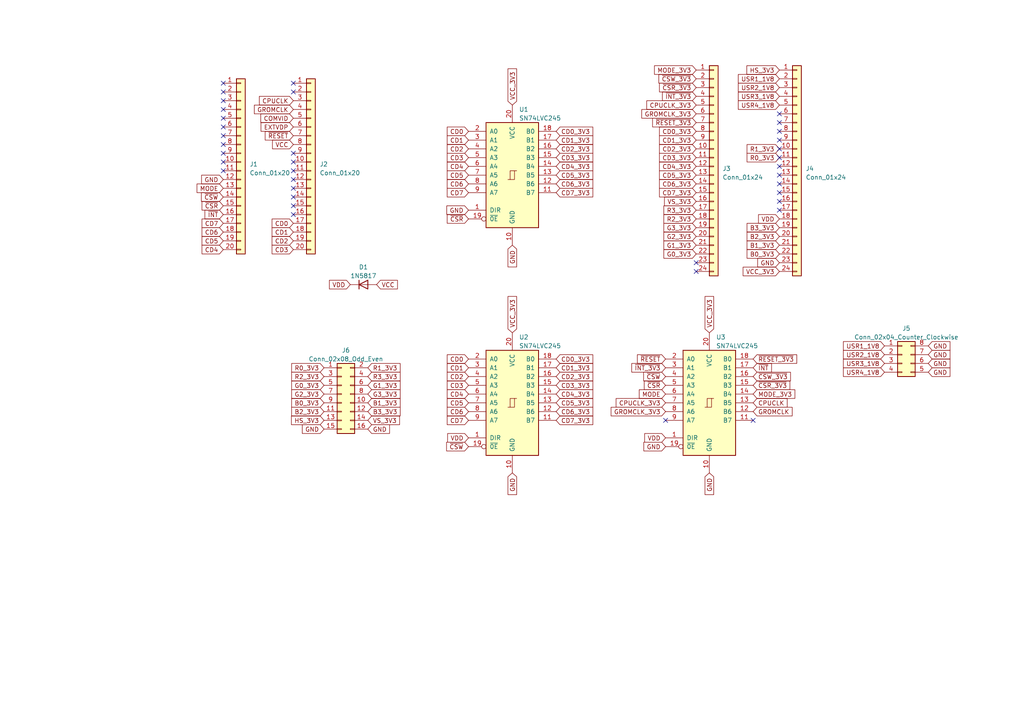
<source format=kicad_sch>
(kicad_sch (version 20230121) (generator eeschema)
  (paper "A4")
  (lib_symbols
    (symbol "Connector_Generic:Conn_01x20" (pin_names (offset 1.016) hide)
      (property "Reference" "J" (at 0 25.4 0))
      (property "Value" "Conn_01x20" (at 0 -27.94 0))
      (symbol "Conn_01x20_1_1"
        (rectangle (start -1.27 -25.273) (end 0 -25.527) (stroke (width 0.1524)))
        (rectangle (start -1.27 -22.733) (end 0 -22.987) (stroke (width 0.1524)))
        (rectangle (start -1.27 -20.193) (end 0 -20.447) (stroke (width 0.1524)))
        (rectangle (start -1.27 -17.653) (end 0 -17.907) (stroke (width 0.1524)))
        (rectangle (start -1.27 -15.113) (end 0 -15.367) (stroke (width 0.1524)))
        (rectangle (start -1.27 -12.573) (end 0 -12.827) (stroke (width 0.1524)))
        (rectangle (start -1.27 -10.033) (end 0 -10.287) (stroke (width 0.1524)))
        (rectangle (start -1.27 -7.493) (end 0 -7.747) (stroke (width 0.1524)))
        (rectangle (start -1.27 -4.953) (end 0 -5.207) (stroke (width 0.1524)))
        (rectangle (start -1.27 -2.413) (end 0 -2.667) (stroke (width 0.1524)))
        (rectangle (start -1.27 0.127) (end 0 -0.127) (stroke (width 0.1524)))
        (rectangle (start -1.27 2.667) (end 0 2.413) (stroke (width 0.1524)))
        (rectangle (start -1.27 5.207) (end 0 4.953) (stroke (width 0.1524)))
        (rectangle (start -1.27 7.747) (end 0 7.493) (stroke (width 0.1524)))
        (rectangle (start -1.27 10.287) (end 0 10.033) (stroke (width 0.1524)))
        (rectangle (start -1.27 12.827) (end 0 12.573) (stroke (width 0.1524)))
        (rectangle (start -1.27 15.367) (end 0 15.113) (stroke (width 0.1524)))
        (rectangle (start -1.27 17.907) (end 0 17.653) (stroke (width 0.1524)))
        (rectangle (start -1.27 20.447) (end 0 20.193) (stroke (width 0.1524)))
        (rectangle (start -1.27 22.987) (end 0 22.733) (stroke (width 0.1524)))
        (rectangle (start -1.27 24.13) (end 1.27 -26.67) (stroke (width 0.254)) (fill (type background)))
        (pin passive line (at -5.08 22.86 0) (length 3.81) (name "Pin_1") (number "1"))
        (pin passive line (at -5.08 0 0) (length 3.81) (name "Pin_10") (number "10"))
        (pin passive line (at -5.08 -2.54 0) (length 3.81) (name "Pin_11") (number "11"))
        (pin passive line (at -5.08 -5.08 0) (length 3.81) (name "Pin_12") (number "12"))
        (pin passive line (at -5.08 -7.62 0) (length 3.81) (name "Pin_13") (number "13"))
        (pin passive line (at -5.08 -10.16 0) (length 3.81) (name "Pin_14") (number "14"))
        (pin passive line (at -5.08 -12.7 0) (length 3.81) (name "Pin_15") (number "15"))
        (pin passive line (at -5.08 -15.24 0) (length 3.81) (name "Pin_16") (number "16"))
        (pin passive line (at -5.08 -17.78 0) (length 3.81) (name "Pin_17") (number "17"))
        (pin passive line (at -5.08 -20.32 0) (length 3.81) (name "Pin_18") (number "18"))
        (pin passive line (at -5.08 -22.86 0) (length 3.81) (name "Pin_19") (number "19"))
        (pin passive line (at -5.08 20.32 0) (length 3.81) (name "Pin_2") (number "2"))
        (pin passive line (at -5.08 -25.4 0) (length 3.81) (name "Pin_20") (number "20"))
        (pin passive line (at -5.08 17.78 0) (length 3.81) (name "Pin_3") (number "3"))
        (pin passive line (at -5.08 15.24 0) (length 3.81) (name "Pin_4") (number "4"))
        (pin passive line (at -5.08 12.7 0) (length 3.81) (name "Pin_5") (number "5"))
        (pin passive line (at -5.08 10.16 0) (length 3.81) (name "Pin_6") (number "6"))
        (pin passive line (at -5.08 7.62 0) (length 3.81) (name "Pin_7") (number "7"))
        (pin passive line (at -5.08 5.08 0) (length 3.81) (name "Pin_8") (number "8"))
        (pin passive line (at -5.08 2.54 0) (length 3.81) (name "Pin_9") (number "9"))
      )
    )
    (symbol "Connector_Generic:Conn_01x24" (pin_names (offset 1.016) hide)
      (property "Reference" "J" (at 0 30.48 0))
      (property "Value" "Conn_01x24" (at 0 -33.02 0))
      (symbol "Conn_01x24_1_1"
        (rectangle (start -1.27 -30.353) (end 0 -30.607) (stroke (width 0.1524)))
        (rectangle (start -1.27 -27.813) (end 0 -28.067) (stroke (width 0.1524)))
        (rectangle (start -1.27 -25.273) (end 0 -25.527) (stroke (width 0.1524)))
        (rectangle (start -1.27 -22.733) (end 0 -22.987) (stroke (width 0.1524)))
        (rectangle (start -1.27 -20.193) (end 0 -20.447) (stroke (width 0.1524)))
        (rectangle (start -1.27 -17.653) (end 0 -17.907) (stroke (width 0.1524)))
        (rectangle (start -1.27 -15.113) (end 0 -15.367) (stroke (width 0.1524)))
        (rectangle (start -1.27 -12.573) (end 0 -12.827) (stroke (width 0.1524)))
        (rectangle (start -1.27 -10.033) (end 0 -10.287) (stroke (width 0.1524)))
        (rectangle (start -1.27 -7.493) (end 0 -7.747) (stroke (width 0.1524)))
        (rectangle (start -1.27 -4.953) (end 0 -5.207) (stroke (width 0.1524)))
        (rectangle (start -1.27 -2.413) (end 0 -2.667) (stroke (width 0.1524)))
        (rectangle (start -1.27 0.127) (end 0 -0.127) (stroke (width 0.1524)))
        (rectangle (start -1.27 2.667) (end 0 2.413) (stroke (width 0.1524)))
        (rectangle (start -1.27 5.207) (end 0 4.953) (stroke (width 0.1524)))
        (rectangle (start -1.27 7.747) (end 0 7.493) (stroke (width 0.1524)))
        (rectangle (start -1.27 10.287) (end 0 10.033) (stroke (width 0.1524)))
        (rectangle (start -1.27 12.827) (end 0 12.573) (stroke (width 0.1524)))
        (rectangle (start -1.27 15.367) (end 0 15.113) (stroke (width 0.1524)))
        (rectangle (start -1.27 17.907) (end 0 17.653) (stroke (width 0.1524)))
        (rectangle (start -1.27 20.447) (end 0 20.193) (stroke (width 0.1524)))
        (rectangle (start -1.27 22.987) (end 0 22.733) (stroke (width 0.1524)))
        (rectangle (start -1.27 25.527) (end 0 25.273) (stroke (width 0.1524)))
        (rectangle (start -1.27 28.067) (end 0 27.813) (stroke (width 0.1524)))
        (rectangle (start -1.27 29.21) (end 1.27 -31.75) (stroke (width 0.254)) (fill (type background)))
        (pin passive line (at -5.08 27.94 0) (length 3.81) (name "Pin_1") (number "1"))
        (pin passive line (at -5.08 5.08 0) (length 3.81) (name "Pin_10") (number "10"))
        (pin passive line (at -5.08 2.54 0) (length 3.81) (name "Pin_11") (number "11"))
        (pin passive line (at -5.08 0 0) (length 3.81) (name "Pin_12") (number "12"))
        (pin passive line (at -5.08 -2.54 0) (length 3.81) (name "Pin_13") (number "13"))
        (pin passive line (at -5.08 -5.08 0) (length 3.81) (name "Pin_14") (number "14"))
        (pin passive line (at -5.08 -7.62 0) (length 3.81) (name "Pin_15") (number "15"))
        (pin passive line (at -5.08 -10.16 0) (length 3.81) (name "Pin_16") (number "16"))
        (pin passive line (at -5.08 -12.7 0) (length 3.81) (name "Pin_17") (number "17"))
        (pin passive line (at -5.08 -15.24 0) (length 3.81) (name "Pin_18") (number "18"))
        (pin passive line (at -5.08 -17.78 0) (length 3.81) (name "Pin_19") (number "19"))
        (pin passive line (at -5.08 25.4 0) (length 3.81) (name "Pin_2") (number "2"))
        (pin passive line (at -5.08 -20.32 0) (length 3.81) (name "Pin_20") (number "20"))
        (pin passive line (at -5.08 -22.86 0) (length 3.81) (name "Pin_21") (number "21"))
        (pin passive line (at -5.08 -25.4 0) (length 3.81) (name "Pin_22") (number "22"))
        (pin passive line (at -5.08 -27.94 0) (length 3.81) (name "Pin_23") (number "23"))
        (pin passive line (at -5.08 -30.48 0) (length 3.81) (name "Pin_24") (number "24"))
        (pin passive line (at -5.08 22.86 0) (length 3.81) (name "Pin_3") (number "3"))
        (pin passive line (at -5.08 20.32 0) (length 3.81) (name "Pin_4") (number "4"))
        (pin passive line (at -5.08 17.78 0) (length 3.81) (name "Pin_5") (number "5"))
        (pin passive line (at -5.08 15.24 0) (length 3.81) (name "Pin_6") (number "6"))
        (pin passive line (at -5.08 12.7 0) (length 3.81) (name "Pin_7") (number "7"))
        (pin passive line (at -5.08 10.16 0) (length 3.81) (name "Pin_8") (number "8"))
        (pin passive line (at -5.08 7.62 0) (length 3.81) (name "Pin_9") (number "9"))
      )
    )
    (symbol "Connector_Generic:Conn_02x04_Counter_Clockwise" (pin_names (offset 1.016) hide)
      (property "Reference" "J" (at 1.27 5.08 0))
      (property "Value" "Conn_02x04_Counter_Clockwise" (at 1.27 -7.62 0))
      (symbol "Conn_02x04_Counter_Clockwise_1_1"
        (rectangle (start -1.27 -4.953) (end 0 -5.207) (stroke (width 0.1524)))
        (rectangle (start -1.27 -2.413) (end 0 -2.667) (stroke (width 0.1524)))
        (rectangle (start -1.27 0.127) (end 0 -0.127) (stroke (width 0.1524)))
        (rectangle (start -1.27 2.667) (end 0 2.413) (stroke (width 0.1524)))
        (rectangle (start -1.27 3.81) (end 3.81 -6.35) (stroke (width 0.254)) (fill (type background)))
        (rectangle (start 3.81 -4.953) (end 2.54 -5.207) (stroke (width 0.1524)))
        (rectangle (start 3.81 -2.413) (end 2.54 -2.667) (stroke (width 0.1524)))
        (rectangle (start 3.81 0.127) (end 2.54 -0.127) (stroke (width 0.1524)))
        (rectangle (start 3.81 2.667) (end 2.54 2.413) (stroke (width 0.1524)))
        (pin passive line (at -5.08 2.54 0) (length 3.81) (name "Pin_1") (number "1"))
        (pin passive line (at -5.08 0 0) (length 3.81) (name "Pin_2") (number "2"))
        (pin passive line (at -5.08 -2.54 0) (length 3.81) (name "Pin_3") (number "3"))
        (pin passive line (at -5.08 -5.08 0) (length 3.81) (name "Pin_4") (number "4"))
        (pin passive line (at 7.62 -5.08 180) (length 3.81) (name "Pin_5") (number "5"))
        (pin passive line (at 7.62 -2.54 180) (length 3.81) (name "Pin_6") (number "6"))
        (pin passive line (at 7.62 0 180) (length 3.81) (name "Pin_7") (number "7"))
        (pin passive line (at 7.62 2.54 180) (length 3.81) (name "Pin_8") (number "8"))
      )
    )
    (symbol "Connector_Generic:Conn_02x08_Odd_Even" (pin_names (offset 1.016) hide)
      (property "Reference" "J" (at 1.27 10.16 0))
      (property "Value" "Conn_02x08_Odd_Even" (at 1.27 -12.7 0))
      (symbol "Conn_02x08_Odd_Even_1_1"
        (rectangle (start -1.27 -10.033) (end 0 -10.287) (stroke (width 0.1524)))
        (rectangle (start -1.27 -7.493) (end 0 -7.747) (stroke (width 0.1524)))
        (rectangle (start -1.27 -4.953) (end 0 -5.207) (stroke (width 0.1524)))
        (rectangle (start -1.27 -2.413) (end 0 -2.667) (stroke (width 0.1524)))
        (rectangle (start -1.27 0.127) (end 0 -0.127) (stroke (width 0.1524)))
        (rectangle (start -1.27 2.667) (end 0 2.413) (stroke (width 0.1524)))
        (rectangle (start -1.27 5.207) (end 0 4.953) (stroke (width 0.1524)))
        (rectangle (start -1.27 7.747) (end 0 7.493) (stroke (width 0.1524)))
        (rectangle (start -1.27 8.89) (end 3.81 -11.43) (stroke (width 0.254)) (fill (type background)))
        (rectangle (start 3.81 -10.033) (end 2.54 -10.287) (stroke (width 0.1524)))
        (rectangle (start 3.81 -7.493) (end 2.54 -7.747) (stroke (width 0.1524)))
        (rectangle (start 3.81 -4.953) (end 2.54 -5.207) (stroke (width 0.1524)))
        (rectangle (start 3.81 -2.413) (end 2.54 -2.667) (stroke (width 0.1524)))
        (rectangle (start 3.81 0.127) (end 2.54 -0.127) (stroke (width 0.1524)))
        (rectangle (start 3.81 2.667) (end 2.54 2.413) (stroke (width 0.1524)))
        (rectangle (start 3.81 5.207) (end 2.54 4.953) (stroke (width 0.1524)))
        (rectangle (start 3.81 7.747) (end 2.54 7.493) (stroke (width 0.1524)))
        (pin passive line (at -5.08 7.62 0) (length 3.81) (name "Pin_1") (number "1"))
        (pin passive line (at 7.62 -2.54 180) (length 3.81) (name "Pin_10") (number "10"))
        (pin passive line (at -5.08 -5.08 0) (length 3.81) (name "Pin_11") (number "11"))
        (pin passive line (at 7.62 -5.08 180) (length 3.81) (name "Pin_12") (number "12"))
        (pin passive line (at -5.08 -7.62 0) (length 3.81) (name "Pin_13") (number "13"))
        (pin passive line (at 7.62 -7.62 180) (length 3.81) (name "Pin_14") (number "14"))
        (pin passive line (at -5.08 -10.16 0) (length 3.81) (name "Pin_15") (number "15"))
        (pin passive line (at 7.62 -10.16 180) (length 3.81) (name "Pin_16") (number "16"))
        (pin passive line (at 7.62 7.62 180) (length 3.81) (name "Pin_2") (number "2"))
        (pin passive line (at -5.08 5.08 0) (length 3.81) (name "Pin_3") (number "3"))
        (pin passive line (at 7.62 5.08 180) (length 3.81) (name "Pin_4") (number "4"))
        (pin passive line (at -5.08 2.54 0) (length 3.81) (name "Pin_5") (number "5"))
        (pin passive line (at 7.62 2.54 180) (length 3.81) (name "Pin_6") (number "6"))
        (pin passive line (at -5.08 0 0) (length 3.81) (name "Pin_7") (number "7"))
        (pin passive line (at 7.62 0 180) (length 3.81) (name "Pin_8") (number "8"))
        (pin passive line (at -5.08 -2.54 0) (length 3.81) (name "Pin_9") (number "9"))
      )
    )
    (symbol "Diode:1N4001" (pin_numbers hide) (pin_names hide)
      (property "Reference" "D" (at 0 2.54 0))
      (property "Value" "1N4001" (at 0 -2.54 0))
      (symbol "1N4001_0_1"
        (polyline (pts (xy -1.27 1.27) (xy -1.27 -1.27)) (stroke (width 0.254)))
        (polyline (pts (xy 1.27 0) (xy -1.27 0)))
        (polyline (pts (xy 1.27 1.27) (xy 1.27 -1.27) (xy -1.27 0) (xy 1.27 1.27)) (stroke (width 0.254)))
      )
      (symbol "1N4001_1_1"
        (pin passive line (at -3.81 0 0) (length 2.54) (name "K") (number "1"))
        (pin passive line (at 3.81 0 180) (length 2.54) (name "A") (number "2"))
      )
    )
    (symbol "tms9118a_sym:SN74LVC245" (pin_names (offset 1.016))
      (property "Reference" "U" (at -7.62 16.51 0))
      (property "Value" "SN74LVC245" (at 7.62 16.51 0))
      (symbol "SN74LVC245_1_0"
        (polyline (pts (xy -0.635 -1.27) (xy -0.635 1.27) (xy 0.635 1.27)))
        (polyline (pts (xy -1.27 -1.27) (xy 0.635 -1.27) (xy 0.635 1.27) (xy 1.27 1.27)))
        (pin input line (at -12.7 -10.16 0) (length 5.08) (name "DIR") (number "1"))
        (pin power_in line (at 0 -20.32 90) (length 5.08) (name "GND") (number "10"))
        (pin tri_state line (at 12.7 -5.08 180) (length 5.08) (name "B7") (number "11"))
        (pin tri_state line (at 12.7 -2.54 180) (length 5.08) (name "B6") (number "12"))
        (pin tri_state line (at 12.7 0 180) (length 5.08) (name "B5") (number "13"))
        (pin tri_state line (at 12.7 2.54 180) (length 5.08) (name "B4") (number "14"))
        (pin tri_state line (at 12.7 5.08 180) (length 5.08) (name "B3") (number "15"))
        (pin tri_state line (at 12.7 7.62 180) (length 5.08) (name "B2") (number "16"))
        (pin tri_state line (at 12.7 10.16 180) (length 5.08) (name "B1") (number "17"))
        (pin tri_state line (at 12.7 12.7 180) (length 5.08) (name "B0") (number "18"))
        (pin input inverted (at -12.7 -12.7 0) (length 5.08) (name "~{0E}") (number "19"))
        (pin tri_state line (at -12.7 12.7 0) (length 5.08) (name "A0") (number "2"))
        (pin power_in line (at 0 20.32 270) (length 5.08) (name "VCC") (number "20"))
        (pin tri_state line (at -12.7 10.16 0) (length 5.08) (name "A1") (number "3"))
        (pin tri_state line (at -12.7 7.62 0) (length 5.08) (name "A2") (number "4"))
        (pin tri_state line (at -12.7 5.08 0) (length 5.08) (name "A3") (number "5"))
        (pin tri_state line (at -12.7 2.54 0) (length 5.08) (name "A4") (number "6"))
        (pin tri_state line (at -12.7 0 0) (length 5.08) (name "A5") (number "7"))
        (pin tri_state line (at -12.7 -2.54 0) (length 5.08) (name "A6") (number "8"))
        (pin tri_state line (at -12.7 -5.08 0) (length 5.08) (name "A7") (number "9"))
      )
      (symbol "SN74LVC245_1_1"
        (rectangle (start -7.62 15.24) (end 7.62 -15.24) (stroke (width 0.254)) (fill (type background)))
      )
    )
  )
  (no_connect (at 218.44 121.92))
  (no_connect (at 64.77 46.99))
  (no_connect (at 85.09 26.67))
  (no_connect (at 85.09 49.53))
  (no_connect (at 226.06 43.18))
  (no_connect (at 64.77 29.21))
  (no_connect (at 85.09 59.69))
  (no_connect (at 85.09 54.61))
  (no_connect (at 193.04 121.92))
  (no_connect (at 85.09 24.13))
  (no_connect (at 226.06 35.56))
  (no_connect (at 64.77 36.83))
  (no_connect (at 226.06 55.88))
  (no_connect (at 226.06 38.1))
  (no_connect (at 226.06 48.26))
  (no_connect (at 64.77 39.37))
  (no_connect (at 64.77 26.67))
  (no_connect (at 226.06 58.42))
  (no_connect (at 226.06 50.8))
  (no_connect (at 64.77 41.91))
  (no_connect (at 226.06 33.02))
  (no_connect (at 85.09 52.07))
  (no_connect (at 201.93 78.74))
  (no_connect (at 226.06 53.34))
  (no_connect (at 85.09 46.99))
  (no_connect (at 226.06 45.72))
  (no_connect (at 64.77 31.75))
  (no_connect (at 64.77 34.29))
  (no_connect (at 64.77 44.45))
  (no_connect (at 85.09 44.45))
  (no_connect (at 64.77 49.53))
  (no_connect (at 85.09 57.15))
  (no_connect (at 226.06 60.96))
  (no_connect (at 85.09 62.23))
  (no_connect (at 64.77 24.13))
  (no_connect (at 201.93 76.2))
  (no_connect (at 226.06 40.64))
  (global_label "CD6" (shape input) (at 135.89 119.38 180) (property "Intersheetrefs" "${INTERSHEET_REFS}" (effects hide)))
  (global_label "CD5" (shape input) (at 135.89 116.84 180) (property "Intersheetrefs" "${INTERSHEET_REFS}" (effects hide)))
  (global_label "CD7" (shape input) (at 135.89 55.88 180) (property "Intersheetrefs" "${INTERSHEET_REFS}" (effects hide)))
  (global_label "CPUCLK_3V3" (shape input) (at 193.04 116.84 180) (property "Intersheetrefs" "${INTERSHEET_REFS}" (effects hide)))
  (global_label "B1_3V3" (shape input) (at 226.06 71.12 180) (property "Intersheetrefs" "${INTERSHEET_REFS}" (effects hide)))
  (global_label "~{RESET_3V3}" (shape input) (at 201.93 35.56 180) (property "Intersheetrefs" "${INTERSHEET_REFS}" (effects hide)))
  (global_label "GND" (shape input) (at 148.59 137.16 270) (property "Intersheetrefs" "${INTERSHEET_REFS}" (effects hide)))
  (global_label "VCC_3V3" (shape input) (at 148.59 96.52 90) (property "Intersheetrefs" "${INTERSHEET_REFS}" (effects hide)))
  (global_label "B2_3V3" (shape input) (at 93.98 119.38 180) (property "Intersheetrefs" "${INTERSHEET_REFS}" (effects hide)))
  (global_label "G0_3V3" (shape input) (at 201.93 73.66 180) (property "Intersheetrefs" "${INTERSHEET_REFS}" (effects hide)))
  (global_label "CD6_3V3" (shape input) (at 161.29 53.34 0) (property "Intersheetrefs" "${INTERSHEET_REFS}" (effects hide)))
  (global_label "GROMCLK_3V3" (shape input) (at 201.93 33.02 180) (property "Intersheetrefs" "${INTERSHEET_REFS}" (effects hide)))
  (global_label "VCC_3V3" (shape input) (at 226.06 78.74 180) (property "Intersheetrefs" "${INTERSHEET_REFS}" (effects hide)))
  (global_label "GND" (shape input) (at 193.04 129.54 180) (property "Intersheetrefs" "${INTERSHEET_REFS}" (effects hide)))
  (global_label "GND" (shape input) (at 64.77 52.07 180) (property "Intersheetrefs" "${INTERSHEET_REFS}" (effects hide)))
  (global_label "GND" (shape input) (at 269.24 105.41 0) (property "Intersheetrefs" "${INTERSHEET_REFS}" (effects hide)))
  (global_label "~{CSR}" (shape input) (at 193.04 111.76 180) (property "Intersheetrefs" "${INTERSHEET_REFS}" (effects hide)))
  (global_label "GND" (shape input) (at 148.59 71.12 270) (property "Intersheetrefs" "${INTERSHEET_REFS}" (effects hide)))
  (global_label "CD7_3V3" (shape input) (at 201.93 55.88 180) (property "Intersheetrefs" "${INTERSHEET_REFS}" (effects hide)))
  (global_label "B0_3V3" (shape input) (at 226.06 73.66 180) (property "Intersheetrefs" "${INTERSHEET_REFS}" (effects hide)))
  (global_label "CD4" (shape input) (at 135.89 48.26 180) (property "Intersheetrefs" "${INTERSHEET_REFS}" (effects hide)))
  (global_label "~{CSW}" (shape input) (at 64.77 57.15 180) (property "Intersheetrefs" "${INTERSHEET_REFS}" (effects hide)))
  (global_label "R1_3V3" (shape input) (at 106.68 106.68 0) (property "Intersheetrefs" "${INTERSHEET_REFS}" (effects hide)))
  (global_label "GROMCLK" (shape input) (at 218.44 119.38 0) (property "Intersheetrefs" "${INTERSHEET_REFS}" (effects hide)))
  (global_label "~{CSR}" (shape input) (at 64.77 59.69 180) (property "Intersheetrefs" "${INTERSHEET_REFS}" (effects hide)))
  (global_label "CD2" (shape input) (at 135.89 43.18 180) (property "Intersheetrefs" "${INTERSHEET_REFS}" (effects hide)))
  (global_label "CD0_3V3" (shape input) (at 201.93 38.1 180) (property "Intersheetrefs" "${INTERSHEET_REFS}" (effects hide)))
  (global_label "~{CSR}" (shape input) (at 135.89 63.5 180) (property "Intersheetrefs" "${INTERSHEET_REFS}" (effects hide)))
  (global_label "VCC_3V3" (shape input) (at 148.59 30.48 90) (property "Intersheetrefs" "${INTERSHEET_REFS}" (effects hide)))
  (global_label "CPUCLK_3V3" (shape input) (at 201.93 30.48 180) (property "Intersheetrefs" "${INTERSHEET_REFS}" (effects hide)))
  (global_label "VDD" (shape input) (at 226.06 63.5 180) (property "Intersheetrefs" "${INTERSHEET_REFS}" (effects hide)))
  (global_label "CD1_3V3" (shape input) (at 161.29 106.68 0) (property "Intersheetrefs" "${INTERSHEET_REFS}" (effects hide)))
  (global_label "CD0_3V3" (shape input) (at 161.29 104.14 0) (property "Intersheetrefs" "${INTERSHEET_REFS}" (effects hide)))
  (global_label "R1_3V3" (shape input) (at 226.06 43.18 180) (property "Intersheetrefs" "${INTERSHEET_REFS}" (effects hide)))
  (global_label "USR1_1V8" (shape input) (at 256.54 100.33 180) (property "Intersheetrefs" "${INTERSHEET_REFS}" (effects hide)))
  (global_label "MODE" (shape input) (at 64.77 54.61 180) (property "Intersheetrefs" "${INTERSHEET_REFS}" (effects hide)))
  (global_label "R2_3V3" (shape input) (at 201.93 63.5 180) (property "Intersheetrefs" "${INTERSHEET_REFS}" (effects hide)))
  (global_label "CD0" (shape input) (at 135.89 38.1 180) (property "Intersheetrefs" "${INTERSHEET_REFS}" (effects hide)))
  (global_label "~{CSR_3V3}" (shape input) (at 201.93 25.4 180) (property "Intersheetrefs" "${INTERSHEET_REFS}" (effects hide)))
  (global_label "~{CSW}" (shape input) (at 135.89 129.54 180) (property "Intersheetrefs" "${INTERSHEET_REFS}" (effects hide)))
  (global_label "CD3" (shape input) (at 135.89 111.76 180) (property "Intersheetrefs" "${INTERSHEET_REFS}" (effects hide)))
  (global_label "GND" (shape input) (at 205.74 137.16 270) (property "Intersheetrefs" "${INTERSHEET_REFS}" (effects hide)))
  (global_label "GND" (shape input) (at 226.06 76.2 180) (property "Intersheetrefs" "${INTERSHEET_REFS}" (effects hide)))
  (global_label "GROMCLK" (shape input) (at 85.09 31.75 180) (property "Intersheetrefs" "${INTERSHEET_REFS}" (effects hide)))
  (global_label "CD3_3V3" (shape input) (at 201.93 45.72 180) (property "Intersheetrefs" "${INTERSHEET_REFS}" (effects hide)))
  (global_label "G3_3V3" (shape input) (at 106.68 114.3 0) (property "Intersheetrefs" "${INTERSHEET_REFS}" (effects hide)))
  (global_label "CD0" (shape input) (at 135.89 104.14 180) (property "Intersheetrefs" "${INTERSHEET_REFS}" (effects hide)))
  (global_label "CD2" (shape input) (at 85.09 69.85 180) (property "Intersheetrefs" "${INTERSHEET_REFS}" (effects hide)))
  (global_label "CD3_3V3" (shape input) (at 161.29 45.72 0) (property "Intersheetrefs" "${INTERSHEET_REFS}" (effects hide)))
  (global_label "B3_3V3" (shape input) (at 226.06 66.04 180) (property "Intersheetrefs" "${INTERSHEET_REFS}" (effects hide)))
  (global_label "VDD" (shape input) (at 193.04 127 180) (property "Intersheetrefs" "${INTERSHEET_REFS}" (effects hide)))
  (global_label "GND" (shape input) (at 269.24 100.33 0) (property "Intersheetrefs" "${INTERSHEET_REFS}" (effects hide)))
  (global_label "~{INT}" (shape input) (at 64.77 62.23 180) (property "Intersheetrefs" "${INTERSHEET_REFS}" (effects hide)))
  (global_label "CD5" (shape input) (at 64.77 69.85 180) (property "Intersheetrefs" "${INTERSHEET_REFS}" (effects hide)))
  (global_label "CD7" (shape input) (at 64.77 64.77 180) (property "Intersheetrefs" "${INTERSHEET_REFS}" (effects hide)))
  (global_label "VCC" (shape input) (at 109.22 82.55 0) (property "Intersheetrefs" "${INTERSHEET_REFS}" (effects hide)))
  (global_label "VCC" (shape input) (at 85.09 41.91 180) (property "Intersheetrefs" "${INTERSHEET_REFS}" (effects hide)))
  (global_label "CD3" (shape input) (at 135.89 45.72 180) (property "Intersheetrefs" "${INTERSHEET_REFS}" (effects hide)))
  (global_label "CD7" (shape input) (at 135.89 121.92 180) (property "Intersheetrefs" "${INTERSHEET_REFS}" (effects hide)))
  (global_label "~{INT}" (shape input) (at 218.44 106.68 0) (property "Intersheetrefs" "${INTERSHEET_REFS}" (effects hide)))
  (global_label "CD6" (shape input) (at 64.77 67.31 180) (property "Intersheetrefs" "${INTERSHEET_REFS}" (effects hide)))
  (global_label "USR3_1V8" (shape input) (at 226.06 27.94 180) (property "Intersheetrefs" "${INTERSHEET_REFS}" (effects hide)))
  (global_label "CD5" (shape input) (at 135.89 50.8 180) (property "Intersheetrefs" "${INTERSHEET_REFS}" (effects hide)))
  (global_label "CD4" (shape input) (at 135.89 114.3 180) (property "Intersheetrefs" "${INTERSHEET_REFS}" (effects hide)))
  (global_label "VDD" (shape input) (at 135.89 127 180) (property "Intersheetrefs" "${INTERSHEET_REFS}" (effects hide)))
  (global_label "G1_3V3" (shape input) (at 106.68 111.76 0) (property "Intersheetrefs" "${INTERSHEET_REFS}" (effects hide)))
  (global_label "R0_3V3" (shape input) (at 93.98 106.68 180) (property "Intersheetrefs" "${INTERSHEET_REFS}" (effects hide)))
  (global_label "CD1_3V3" (shape input) (at 161.29 40.64 0) (property "Intersheetrefs" "${INTERSHEET_REFS}" (effects hide)))
  (global_label "CD4_3V3" (shape input) (at 161.29 114.3 0) (property "Intersheetrefs" "${INTERSHEET_REFS}" (effects hide)))
  (global_label "CD3_3V3" (shape input) (at 161.29 111.76 0) (property "Intersheetrefs" "${INTERSHEET_REFS}" (effects hide)))
  (global_label "G2_3V3" (shape input) (at 201.93 68.58 180) (property "Intersheetrefs" "${INTERSHEET_REFS}" (effects hide)))
  (global_label "CD2" (shape input) (at 135.89 109.22 180) (property "Intersheetrefs" "${INTERSHEET_REFS}" (effects hide)))
  (global_label "VCC_3V3" (shape input) (at 205.74 96.52 90) (property "Intersheetrefs" "${INTERSHEET_REFS}" (effects hide)))
  (global_label "CD1_3V3" (shape input) (at 201.93 40.64 180) (property "Intersheetrefs" "${INTERSHEET_REFS}" (effects hide)))
  (global_label "B3_3V3" (shape input) (at 106.68 119.38 0) (property "Intersheetrefs" "${INTERSHEET_REFS}" (effects hide)))
  (global_label "B1_3V3" (shape input) (at 106.68 116.84 0) (property "Intersheetrefs" "${INTERSHEET_REFS}" (effects hide)))
  (global_label "GND" (shape input) (at 93.98 124.46 180) (property "Intersheetrefs" "${INTERSHEET_REFS}" (effects hide)))
  (global_label "GROMCLK_3V3" (shape input) (at 193.04 119.38 180) (property "Intersheetrefs" "${INTERSHEET_REFS}" (effects hide)))
  (global_label "CD0_3V3" (shape input) (at 161.29 38.1 0) (property "Intersheetrefs" "${INTERSHEET_REFS}" (effects hide)))
  (global_label "CD5_3V3" (shape input) (at 161.29 50.8 0) (property "Intersheetrefs" "${INTERSHEET_REFS}" (effects hide)))
  (global_label "COMVID" (shape input) (at 85.09 34.29 180) (property "Intersheetrefs" "${INTERSHEET_REFS}" (effects hide)))
  (global_label "CD6_3V3" (shape input) (at 161.29 119.38 0) (property "Intersheetrefs" "${INTERSHEET_REFS}" (effects hide)))
  (global_label "VDD" (shape input) (at 101.6 82.55 180) (property "Intersheetrefs" "${INTERSHEET_REFS}" (effects hide)))
  (global_label "USR4_1V8" (shape input) (at 226.06 30.48 180) (property "Intersheetrefs" "${INTERSHEET_REFS}" (effects hide)))
  (global_label "R0_3V3" (shape input) (at 226.06 45.72 180) (property "Intersheetrefs" "${INTERSHEET_REFS}" (effects hide)))
  (global_label "GND" (shape input) (at 135.89 60.96 180) (property "Intersheetrefs" "${INTERSHEET_REFS}" (effects hide)))
  (global_label "MODE_3V3" (shape input) (at 201.93 20.32 180) (property "Intersheetrefs" "${INTERSHEET_REFS}" (effects hide)))
  (global_label "GND" (shape input) (at 269.24 107.95 0) (property "Intersheetrefs" "${INTERSHEET_REFS}" (effects hide)))
  (global_label "G0_3V3" (shape input) (at 93.98 111.76 180) (property "Intersheetrefs" "${INTERSHEET_REFS}" (effects hide)))
  (global_label "CD7_3V3" (shape input) (at 161.29 121.92 0) (property "Intersheetrefs" "${INTERSHEET_REFS}" (effects hide)))
  (global_label "CD3" (shape input) (at 85.09 72.39 180) (property "Intersheetrefs" "${INTERSHEET_REFS}" (effects hide)))
  (global_label "~{RESET}" (shape input) (at 85.09 39.37 180) (property "Intersheetrefs" "${INTERSHEET_REFS}" (effects hide)))
  (global_label "B2_3V3" (shape input) (at 226.06 68.58 180) (property "Intersheetrefs" "${INTERSHEET_REFS}" (effects hide)))
  (global_label "~{RESET}" (shape input) (at 193.04 104.14 180) (property "Intersheetrefs" "${INTERSHEET_REFS}" (effects hide)))
  (global_label "CD6" (shape input) (at 135.89 53.34 180) (property "Intersheetrefs" "${INTERSHEET_REFS}" (effects hide)))
  (global_label "CD4_3V3" (shape input) (at 201.93 48.26 180) (property "Intersheetrefs" "${INTERSHEET_REFS}" (effects hide)))
  (global_label "~{CSW}" (shape input) (at 193.04 109.22 180) (property "Intersheetrefs" "${INTERSHEET_REFS}" (effects hide)))
  (global_label "G2_3V3" (shape input) (at 93.98 114.3 180) (property "Intersheetrefs" "${INTERSHEET_REFS}" (effects hide)))
  (global_label "EXTVDP" (shape input) (at 85.09 36.83 180) (property "Intersheetrefs" "${INTERSHEET_REFS}" (effects hide)))
  (global_label "CPUCLK" (shape input) (at 85.09 29.21 180) (property "Intersheetrefs" "${INTERSHEET_REFS}" (effects hide)))
  (global_label "CD2_3V3" (shape input) (at 161.29 43.18 0) (property "Intersheetrefs" "${INTERSHEET_REFS}" (effects hide)))
  (global_label "USR3_1V8" (shape input) (at 256.54 105.41 180) (property "Intersheetrefs" "${INTERSHEET_REFS}" (effects hide)))
  (global_label "VS_3V3" (shape input) (at 106.68 121.92 0) (property "Intersheetrefs" "${INTERSHEET_REFS}" (effects hide)))
  (global_label "G1_3V3" (shape input) (at 201.93 71.12 180) (property "Intersheetrefs" "${INTERSHEET_REFS}" (effects hide)))
  (global_label "CD1" (shape input) (at 135.89 106.68 180) (property "Intersheetrefs" "${INTERSHEET_REFS}" (effects hide)))
  (global_label "USR1_1V8" (shape input) (at 226.06 22.86 180) (property "Intersheetrefs" "${INTERSHEET_REFS}" (effects hide)))
  (global_label "CD1" (shape input) (at 135.89 40.64 180) (property "Intersheetrefs" "${INTERSHEET_REFS}" (effects hide)))
  (global_label "~{CSW_3V3}" (shape input) (at 201.93 22.86 180) (property "Intersheetrefs" "${INTERSHEET_REFS}" (effects hide)))
  (global_label "CD7_3V3" (shape input) (at 161.29 55.88 0) (property "Intersheetrefs" "${INTERSHEET_REFS}" (effects hide)))
  (global_label "MODE" (shape input) (at 193.04 114.3 180) (property "Intersheetrefs" "${INTERSHEET_REFS}" (effects hide)))
  (global_label "CD4_3V3" (shape input) (at 161.29 48.26 0) (property "Intersheetrefs" "${INTERSHEET_REFS}" (effects hide)))
  (global_label "R3_3V3" (shape input) (at 106.68 109.22 0) (property "Intersheetrefs" "${INTERSHEET_REFS}" (effects hide)))
  (global_label "CD5_3V3" (shape input) (at 161.29 116.84 0) (property "Intersheetrefs" "${INTERSHEET_REFS}" (effects hide)))
  (global_label "CD2_3V3" (shape input) (at 201.93 43.18 180) (property "Intersheetrefs" "${INTERSHEET_REFS}" (effects hide)))
  (global_label "CD1" (shape input) (at 85.09 67.31 180) (property "Intersheetrefs" "${INTERSHEET_REFS}" (effects hide)))
  (global_label "CD4" (shape input) (at 64.77 72.39 180) (property "Intersheetrefs" "${INTERSHEET_REFS}" (effects hide)))
  (global_label "VS_3V3" (shape input) (at 201.93 58.42 180) (property "Intersheetrefs" "${INTERSHEET_REFS}" (effects hide)))
  (global_label "CD6_3V3" (shape input) (at 201.93 53.34 180) (property "Intersheetrefs" "${INTERSHEET_REFS}" (effects hide)))
  (global_label "CPUCLK" (shape input) (at 218.44 116.84 0) (property "Intersheetrefs" "${INTERSHEET_REFS}" (effects hide)))
  (global_label "USR2_1V8" (shape input) (at 226.06 25.4 180) (property "Intersheetrefs" "${INTERSHEET_REFS}" (effects hide)))
  (global_label "MODE_3V3" (shape input) (at 218.44 114.3 0) (property "Intersheetrefs" "${INTERSHEET_REFS}" (effects hide)))
  (global_label "CD0" (shape input) (at 85.09 64.77 180) (property "Intersheetrefs" "${INTERSHEET_REFS}" (effects hide)))
  (global_label "R2_3V3" (shape input) (at 93.98 109.22 180) (property "Intersheetrefs" "${INTERSHEET_REFS}" (effects hide)))
  (global_label "CD5_3V3" (shape input) (at 201.93 50.8 180) (property "Intersheetrefs" "${INTERSHEET_REFS}" (effects hide)))
  (global_label "~{CSW_3V3}" (shape input) (at 218.44 109.22 0) (property "Intersheetrefs" "${INTERSHEET_REFS}" (effects hide)))
  (global_label "USR2_1V8" (shape input) (at 256.54 102.87 180) (property "Intersheetrefs" "${INTERSHEET_REFS}" (effects hide)))
  (global_label "HS_3V3" (shape input) (at 93.98 121.92 180) (property "Intersheetrefs" "${INTERSHEET_REFS}" (effects hide)))
  (global_label "~{INT_3V3}" (shape input) (at 193.04 106.68 180) (property "Intersheetrefs" "${INTERSHEET_REFS}" (effects hide)))
  (global_label "G3_3V3" (shape input) (at 201.93 66.04 180) (property "Intersheetrefs" "${INTERSHEET_REFS}" (effects hide)))
  (global_label "GND" (shape input) (at 106.68 124.46 0) (property "Intersheetrefs" "${INTERSHEET_REFS}" (effects hide)))
  (global_label "~{CSR_3V3}" (shape input) (at 218.44 111.76 0) (property "Intersheetrefs" "${INTERSHEET_REFS}" (effects hide)))
  (global_label "~{RESET_3V3}" (shape input) (at 218.44 104.14 0) (property "Intersheetrefs" "${INTERSHEET_REFS}" (effects hide)))
  (global_label "HS_3V3" (shape input) (at 226.06 20.32 180) (property "Intersheetrefs" "${INTERSHEET_REFS}" (effects hide)))
  (global_label "B0_3V3" (shape input) (at 93.98 116.84 180) (property "Intersheetrefs" "${INTERSHEET_REFS}" (effects hide)))
  (global_label "R3_3V3" (shape input) (at 201.93 60.96 180) (property "Intersheetrefs" "${INTERSHEET_REFS}" (effects hide)))
  (global_label "USR4_1V8" (shape input) (at 256.54 107.95 180) (property "Intersheetrefs" "${INTERSHEET_REFS}" (effects hide)))
  (global_label "CD2_3V3" (shape input) (at 161.29 109.22 0) (property "Intersheetrefs" "${INTERSHEET_REFS}" (effects hide)))
  (global_label "~{INT_3V3}" (shape input) (at 201.93 27.94 180) (property "Intersheetrefs" "${INTERSHEET_REFS}" (effects hide)))
  (global_label "GND" (shape input) (at 269.24 102.87 0) (property "Intersheetrefs" "${INTERSHEET_REFS}" (effects hide)))
  (symbol (lib_id "Connector_Generic:Conn_01x20") (at 69.85 46.99 0) (unit 1)
    (property "Reference" "J1" (at 72.39 47.625 0) (effects (justify left)))
    (property "Value" "Conn_01x20" (at 72.39 50.165 0) (effects (justify left)))
    (property "Footprint" "Connector_PinHeader_2.54mm:PinHeader_1x20_P2.54mm_Vertical" (effects hide))
  )
  (symbol (lib_id "tms9118a_sym:SN74LVC245") (at 205.74 116.84 0) (unit 1)
    (property "Reference" "U3" (at 207.6959 97.79 0) (effects (justify left)))
    (property "Value" "SN74LVC245" (at 207.6959 100.33 0) (effects (justify left)))
    (property "Footprint" "Package_DIP:DIP-20_W7.62mm_Socket_LongPads" (effects hide))
  )
  (symbol (lib_id "Connector_Generic:Conn_02x04_Counter_Clockwise") (at 261.62 102.87 0) (unit 1)
    (property "Reference" "J5" (at 262.89 95.25 0))
    (property "Value" "Conn_02x04_Counter_Clockwise" (at 262.89 97.79 0))
    (property "Footprint" "Button_Switch_THT:SW_DIP_SPSTx04_Slide_6.7x11.72mm_W7.62mm_P2.54mm_LowProfile" (effects hide))
  )
  (symbol (lib_id "Connector_Generic:Conn_01x24") (at 207.01 48.26 0) (unit 1)
    (property "Reference" "J3" (at 209.55 48.895 0) (effects (justify left)))
    (property "Value" "Conn_01x24" (at 209.55 51.435 0) (effects (justify left)))
    (property "Footprint" "Connector_PinSocket_2.54mm:PinSocket_1x24_P2.54mm_Vertical" (effects hide))
  )
  (symbol (lib_id "Connector_Generic:Conn_02x08_Odd_Even") (at 99.06 114.3 0) (unit 1)
    (property "Reference" "J6" (at 100.33 101.6 0))
    (property "Value" "Conn_02x08_Odd_Even" (at 100.33 104.14 0))
    (property "Footprint" "Connector_PinHeader_2.54mm:PinHeader_2x08_P2.54mm_Vertical" (effects hide))
  )
  (symbol (lib_id "Connector_Generic:Conn_01x20") (at 90.17 46.99 0) (unit 1)
    (property "Reference" "J2" (at 92.71 47.625 0) (effects (justify left)))
    (property "Value" "Conn_01x20" (at 92.71 50.165 0) (effects (justify left)))
    (property "Footprint" "Connector_PinHeader_2.54mm:PinHeader_1x20_P2.54mm_Vertical" (effects hide))
  )
  (symbol (lib_id "tms9118a_sym:SN74LVC245") (at 148.59 50.8 0) (unit 1)
    (property "Reference" "U1" (at 150.5459 31.75 0) (effects (justify left)))
    (property "Value" "SN74LVC245" (at 150.5459 34.29 0) (effects (justify left)))
    (property "Footprint" "Package_DIP:DIP-20_W7.62mm_Socket_LongPads" (effects hide))
  )
  (symbol (lib_id "Diode:1N4001") (at 105.41 82.55 0) (unit 1)
    (property "Reference" "D1" (at 105.41 77.47 0))
    (property "Value" "1N5817" (at 105.41 80.01 0))
    (property "Footprint" "Diode_THT:D_DO-41_SOD81_P10.16mm_Horizontal" (effects hide))
    (property "Datasheet" "http://www.vishay.com/docs/88503/1n4001.pdf" (effects hide))
    (property "Sim.Device" "D" (effects hide))
    (property "Sim.Pins" "1=K 2=A" (effects hide))
  )
  (symbol (lib_id "Connector_Generic:Conn_01x24") (at 231.14 48.26 0) (unit 1)
    (property "Reference" "J4" (at 233.68 48.895 0) (effects (justify left)))
    (property "Value" "Conn_01x24" (at 233.68 51.435 0) (effects (justify left)))
    (property "Footprint" "Connector_PinSocket_2.54mm:PinSocket_1x24_P2.54mm_Vertical" (effects hide))
  )
  (symbol (lib_id "tms9118a_sym:SN74LVC245") (at 148.59 116.84 0) (unit 1)
    (property "Reference" "U2" (at 150.5459 97.79 0) (effects (justify left)))
    (property "Value" "SN74LVC245" (at 150.5459 100.33 0) (effects (justify left)))
    (property "Footprint" "Package_DIP:DIP-20_W7.62mm_Socket_LongPads" (effects hide))
  )
)
</source>
